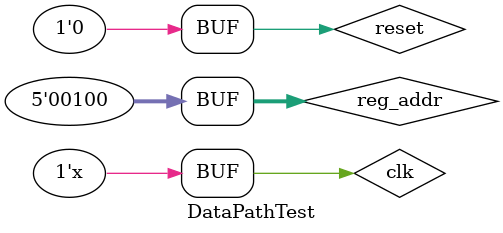
<source format=v>
`timescale 1ns / 1ps


module DataPathTest;

	// Inputs
	reg clk;
	reg reset;
	reg [4:0] reg_addr;
	//reg [31:0] Instruction;

	// Outputs
	//wire [1:0] RegDst1;
	//wire RegWrite1;
	//wire [1:0] AluSrc1;
	//wire DataRead1;
	//wire DataWrite1;
	//wire [1:0] RegInData1;
	//wire [2:0] PCUpdate1;
	//wire [2:0] LogicFunc1;
	//wire FnSel1;
	//wire FnClass1;
	//wire [1:0] BrSel1;
	//wire BCD1;
	//wire [5:0] OpCode_Out;
	//wire [5:0] Funct_Out;
	//wire [4:0] rs;
	//wire [4:0] rt;
	//wire [31:0] ProgCounter;
	//wire [31:0] rs_RF;
	//wire [31:0] rt_RF;
	//wire [31:0] ALUOutput;
	//wire [31:0] UpdatedPC;
	wire [31:0] reg_out;

	// Instantiate the Unit Under Test (UUT)
	DataPath uut (
		.clk(clk), 
		.reset(reset), 
		.reg_addr(reg_addr),
		.reg_out(reg_out)
		//.Instruction(Instruction), 
		//.RegDst1(RegDst1), 
		//.RegWrite1(RegWrite1), 
		//.AluSrc1(AluSrc1), 
		//.DataRead1(DataRead1), 
		//.DataWrite1(DataWrite1), 
		//.RegInData1(RegInData1), 
		//.PCUpdate1(PCUpdate1), 
		//.LogicFunc1(LogicFunc1), 
		//.FnSel1(FnSel1), 
		//.FnClass1(FnClass1), 
		//.BrSel1(BrSel1), 
		//.BCD1(BCD1), 
		//.OpCode_Out(OpCode_Out), 
		//.Funct_Out(Funct_Out), 
		//.rs(rs), 
		//.rt(rt),
		//.ProgCounter(ProgCounter),
		//.rs_RF(rs_RF),
		//.rt_RF(rt_RF),
		//.ALUOutput(ALUOutput)
		//.UpdatedPC(UpdatedPC)
	);

	initial begin
		// Initialize Inputs
		clk = 0;
		reset = 0;
		reg_addr = 5'b00100;
		//Instruction = 0;

		// Wait 100 ns for global reset to finish
		#100;
	end
	
	always
		begin
			#20 clk = ~clk;
		end
	
	/*initial
		begin
			Instruction = 32'b000000,00110,01110,00110,00000,010000;                  //add  1  //
			#10; Instruction = 32'b000000,11110,01110,11110,00000,010000;            //comp  2   //
			#10; Instruction = 32'b000000,00100,01110,00110,00000,011000;            //and   3 //
			#10; Instruction = 32'b000000,00110,01110,00110,00000,011001;           //xor    4 //
			#10; Instruction = 32'b001100,00011,00011,0000000000000111;             //addi  5  //
			#10; Instruction = 32'b001101,00011,00000,0000000000000111;             //compi 6  //
			#10; Instruction = 32'b101010,01010,01010,0000000000000001;            //sw 7   //
			#10; Instruction = 32'b101001,01000,01000,0000000000000011;            //lw 8   //
			#10; Instruction = 32'b000000,10010,00011,10010,00000,011011;            //shllv 9//  
			#10; Instruction = 32'b000000 10101 00001 10101 00000 011111;           //shrlv  10 //  
			#10; Instruction = 32'b000000 10110 00010 10110 00000 011101;           //shrav  11 
			#10; Instruction = 32'b000000,10001,10001,10001,00010,011010;              //shll 12
			#10; Instruction = 32'b000000,10001,10001,10001,00010,011110;             //shrl  13
			#10; Instruction = 32'b000001,10001,000000000000000000001;            //bltz  14
			#10; Instruction = 32'b000011,10101,000000000000000000001;             //bz   15  //
			#10; Instruction = 32'b000101,10101,000000000000000000001;             //bnz  16
			#10; Instruction = 32'b000110,00000000000000000000000001;               //bcy 17
			#10; Instruction = 32'b000111,00000000000000000000000011;               //bncy 18
         #10; Instruction = 32'b000101,00000000000000000000000011;               //bl 19
         #10; Instruction = 32'b000000,11111000000000000000001000;               //br 20

		end*/
      
endmodule


</source>
